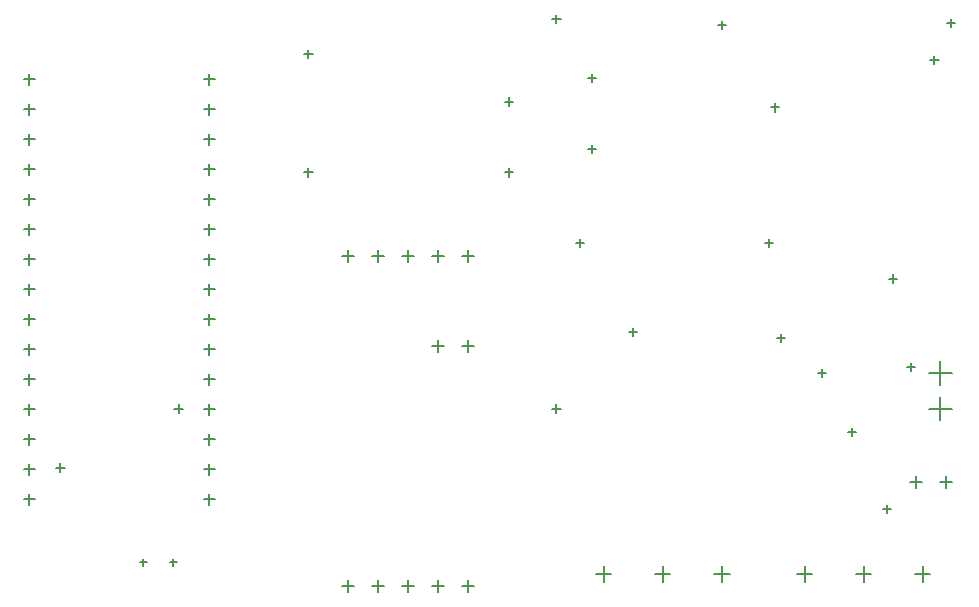
<source format=gbr>
G04*
G04 #@! TF.GenerationSoftware,Altium Limited,Altium Designer,24.6.1 (21)*
G04*
G04 Layer_Color=128*
%FSLAX25Y25*%
%MOIN*%
G70*
G04*
G04 #@! TF.SameCoordinates,E7B071F1-E274-4D6C-8170-77C2E5B523DC*
G04*
G04*
G04 #@! TF.FilePolarity,Positive*
G04*
G01*
G75*
%ADD13C,0.00500*%
D13*
X312894Y66111D02*
X317028D01*
X314961Y64044D02*
Y68178D01*
X302894Y66111D02*
X307028D01*
X304961Y64044D02*
Y68178D01*
X153669Y111496D02*
X157669D01*
X155669Y109496D02*
Y113496D01*
X143669Y111496D02*
X147669D01*
X145669Y109496D02*
Y113496D01*
X153669Y141496D02*
X157669D01*
X155669Y139496D02*
Y143496D01*
X143669Y141496D02*
X147669D01*
X145669Y139496D02*
Y143496D01*
X133669Y141496D02*
X137669D01*
X135669Y139496D02*
Y143496D01*
X123669Y141496D02*
X127669D01*
X125669Y139496D02*
Y143496D01*
X113669Y141496D02*
X117669D01*
X115669Y139496D02*
Y143496D01*
X113669Y31496D02*
X117669D01*
X115669Y29496D02*
Y33496D01*
X123669Y31496D02*
X127669D01*
X125669Y29496D02*
Y33496D01*
X133669Y31496D02*
X137669D01*
X135669Y29496D02*
Y33496D01*
X143669Y31496D02*
X147669D01*
X145669Y29496D02*
Y33496D01*
X153669Y31496D02*
X157669D01*
X155669Y29496D02*
Y33496D01*
X304527Y35433D02*
X309646D01*
X307087Y32874D02*
Y37992D01*
X265158Y35433D02*
X270276D01*
X267717Y32874D02*
Y37992D01*
X284842Y35433D02*
X289961D01*
X287402Y32874D02*
Y37992D01*
X237598Y35433D02*
X242717D01*
X240157Y32874D02*
Y37992D01*
X198228Y35433D02*
X203346D01*
X200787Y32874D02*
Y37992D01*
X217913Y35433D02*
X223031D01*
X220472Y32874D02*
Y37992D01*
X309055Y90551D02*
X316929D01*
X312992Y86614D02*
Y94488D01*
X309055Y102362D02*
X316929D01*
X312992Y98425D02*
Y106299D01*
X56063Y39370D02*
X58425D01*
X57244Y38189D02*
Y40551D01*
X46063Y39370D02*
X48425D01*
X47244Y38189D02*
Y40551D01*
X7571Y60292D02*
X11169D01*
X9370Y58493D02*
Y62091D01*
X7571Y70292D02*
X11169D01*
X9370Y68493D02*
Y72092D01*
X7571Y80292D02*
X11169D01*
X9370Y78493D02*
Y82091D01*
X7571Y90292D02*
X11169D01*
X9370Y88493D02*
Y92092D01*
X7571Y100292D02*
X11169D01*
X9370Y98493D02*
Y102092D01*
X7571Y110292D02*
X11169D01*
X9370Y108493D02*
Y112092D01*
X7571Y120292D02*
X11169D01*
X9370Y118493D02*
Y122092D01*
X7571Y130292D02*
X11169D01*
X9370Y128493D02*
Y132092D01*
X7571Y140292D02*
X11169D01*
X9370Y138493D02*
Y142092D01*
X7571Y150292D02*
X11169D01*
X9370Y148493D02*
Y152092D01*
X7571Y160292D02*
X11169D01*
X9370Y158493D02*
Y162092D01*
X7571Y170292D02*
X11169D01*
X9370Y168493D02*
Y172092D01*
X7571Y180292D02*
X11169D01*
X9370Y178493D02*
Y182092D01*
X7571Y190292D02*
X11169D01*
X9370Y188493D02*
Y192092D01*
X7571Y200292D02*
X11169D01*
X9370Y198493D02*
Y202092D01*
X67571Y200292D02*
X71169D01*
X69370Y198493D02*
Y202092D01*
X67571Y190292D02*
X71169D01*
X69370Y188493D02*
Y192092D01*
X67571Y180292D02*
X71169D01*
X69370Y178493D02*
Y182092D01*
X67571Y170292D02*
X71169D01*
X69370Y168493D02*
Y172092D01*
X67571Y160292D02*
X71169D01*
X69370Y158493D02*
Y162092D01*
X67571Y150292D02*
X71169D01*
X69370Y148493D02*
Y152092D01*
X67571Y140292D02*
X71169D01*
X69370Y138493D02*
Y142092D01*
X67571Y130292D02*
X71169D01*
X69370Y128493D02*
Y132092D01*
X67571Y120292D02*
X71169D01*
X69370Y118493D02*
Y122092D01*
X67571Y110292D02*
X71169D01*
X69370Y108493D02*
Y112092D01*
X67571Y100292D02*
X71169D01*
X69370Y98493D02*
Y102092D01*
X67571Y90292D02*
X71169D01*
X69370Y88493D02*
Y92092D01*
X67571Y80292D02*
X71169D01*
X69370Y78493D02*
Y82091D01*
X67571Y70292D02*
X71169D01*
X69370Y68493D02*
Y72092D01*
X67571Y60292D02*
X71169D01*
X69370Y58493D02*
Y62091D01*
X195450Y200787D02*
X198250D01*
X196850Y199387D02*
Y202187D01*
X195450Y177165D02*
X198250D01*
X196850Y175765D02*
Y178565D01*
X191513Y145669D02*
X194313D01*
X192913Y144269D02*
Y147069D01*
X238757Y218504D02*
X241558D01*
X240158Y217104D02*
Y219904D01*
X315082Y219004D02*
X317882D01*
X316482Y217604D02*
Y220404D01*
X309624Y206693D02*
X312424D01*
X311024Y205293D02*
Y208093D01*
X258442Y114173D02*
X261243D01*
X259842Y112773D02*
Y115573D01*
X293876Y57087D02*
X296676D01*
X295276Y55687D02*
Y58487D01*
X301750Y104331D02*
X304550D01*
X303150Y102931D02*
Y105731D01*
X295844Y133858D02*
X298644D01*
X297244Y132458D02*
Y135258D01*
X209230Y116142D02*
X212030D01*
X210630Y114742D02*
Y117542D01*
X272222Y102362D02*
X275022D01*
X273622Y100962D02*
Y103762D01*
X183639Y90551D02*
X186439D01*
X185039Y89151D02*
Y91951D01*
X256474Y190945D02*
X259274D01*
X257874Y189545D02*
Y192345D01*
X282065Y82677D02*
X284865D01*
X283465Y81277D02*
Y84077D01*
X254505Y145669D02*
X257306D01*
X255906Y144269D02*
Y147069D01*
X167891Y192913D02*
X170691D01*
X169291Y191513D02*
Y194313D01*
X57655Y90551D02*
X60455D01*
X59055Y89151D02*
Y91951D01*
X18285Y70866D02*
X21085D01*
X19685Y69466D02*
Y72266D01*
X100962Y169291D02*
X103762D01*
X102362Y167891D02*
Y170691D01*
X100962Y208661D02*
X103762D01*
X102362Y207261D02*
Y210061D01*
X183639Y220472D02*
X186439D01*
X185039Y219072D02*
Y221872D01*
X167891Y169291D02*
X170691D01*
X169291Y167891D02*
Y170691D01*
M02*

</source>
